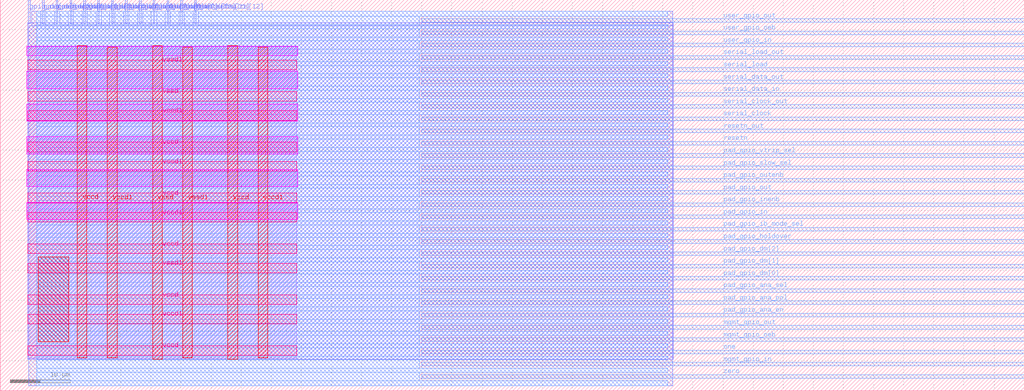
<source format=lef>
VERSION 5.7 ;
  NOWIREEXTENSIONATPIN ON ;
  DIVIDERCHAR "/" ;
  BUSBITCHARS "[]" ;
MACRO gpio_control_block
  CLASS BLOCK ;
  FOREIGN gpio_control_block ;
  ORIGIN 0.000 0.000 ;
  SIZE 170.000 BY 65.000 ;
  PIN gpio_defaults[0]
    DIRECTION INPUT ;
    USE SIGNAL ;
    PORT
      LAYER met2 ;
        RECT 4.690 61.000 4.970 65.000 ;
    END
  END gpio_defaults[0]
  PIN gpio_defaults[10]
    DIRECTION INPUT ;
    USE SIGNAL ;
    PORT
      LAYER met2 ;
        RECT 27.690 61.000 27.970 65.000 ;
    END
  END gpio_defaults[10]
  PIN gpio_defaults[11]
    DIRECTION INPUT ;
    USE SIGNAL ;
    PORT
      LAYER met2 ;
        RECT 29.990 61.000 30.270 65.000 ;
    END
  END gpio_defaults[11]
  PIN gpio_defaults[12]
    DIRECTION INPUT ;
    USE SIGNAL ;
    PORT
      LAYER met2 ;
        RECT 32.290 61.000 32.570 65.000 ;
    END
  END gpio_defaults[12]
  PIN gpio_defaults[1]
    DIRECTION INPUT ;
    USE SIGNAL ;
    PORT
      LAYER met2 ;
        RECT 6.990 61.000 7.270 65.000 ;
    END
  END gpio_defaults[1]
  PIN gpio_defaults[2]
    DIRECTION INPUT ;
    USE SIGNAL ;
    PORT
      LAYER met2 ;
        RECT 9.290 61.000 9.570 65.000 ;
    END
  END gpio_defaults[2]
  PIN gpio_defaults[3]
    DIRECTION INPUT ;
    USE SIGNAL ;
    PORT
      LAYER met2 ;
        RECT 11.590 61.000 11.870 65.000 ;
    END
  END gpio_defaults[3]
  PIN gpio_defaults[4]
    DIRECTION INPUT ;
    USE SIGNAL ;
    PORT
      LAYER met2 ;
        RECT 13.890 61.000 14.170 65.000 ;
    END
  END gpio_defaults[4]
  PIN gpio_defaults[5]
    DIRECTION INPUT ;
    USE SIGNAL ;
    PORT
      LAYER met2 ;
        RECT 16.190 61.000 16.470 65.000 ;
    END
  END gpio_defaults[5]
  PIN gpio_defaults[6]
    DIRECTION INPUT ;
    USE SIGNAL ;
    PORT
      LAYER met2 ;
        RECT 18.490 61.000 18.770 65.000 ;
    END
  END gpio_defaults[6]
  PIN gpio_defaults[7]
    DIRECTION INPUT ;
    USE SIGNAL ;
    PORT
      LAYER met2 ;
        RECT 20.790 61.000 21.070 65.000 ;
    END
  END gpio_defaults[7]
  PIN gpio_defaults[8]
    DIRECTION INPUT ;
    USE SIGNAL ;
    PORT
      LAYER met2 ;
        RECT 23.090 61.000 23.370 65.000 ;
    END
  END gpio_defaults[8]
  PIN gpio_defaults[9]
    DIRECTION INPUT ;
    USE SIGNAL ;
    PORT
      LAYER met2 ;
        RECT 25.390 61.000 25.670 65.000 ;
    END
  END gpio_defaults[9]
  PIN mgmt_gpio_in
    DIRECTION OUTPUT TRISTATE ;
    USE SIGNAL ;
    PORT
      LAYER met3 ;
        RECT 70.000 4.120 170.000 4.720 ;
    END
  END mgmt_gpio_in
  PIN mgmt_gpio_oeb
    DIRECTION INPUT ;
    USE SIGNAL ;
    PORT
      LAYER met3 ;
        RECT 70.000 8.200 170.000 8.800 ;
    END
  END mgmt_gpio_oeb
  PIN mgmt_gpio_out
    DIRECTION INPUT ;
    USE SIGNAL ;
    PORT
      LAYER met3 ;
        RECT 70.000 10.240 170.000 10.840 ;
    END
  END mgmt_gpio_out
  PIN one
    DIRECTION OUTPUT TRISTATE ;
    USE SIGNAL ;
    PORT
      LAYER met3 ;
        RECT 70.000 6.160 170.000 6.760 ;
    END
  END one
  PIN pad_gpio_ana_en
    DIRECTION OUTPUT TRISTATE ;
    USE SIGNAL ;
    PORT
      LAYER met3 ;
        RECT 70.000 12.280 170.000 12.880 ;
    END
  END pad_gpio_ana_en
  PIN pad_gpio_ana_pol
    DIRECTION OUTPUT TRISTATE ;
    USE SIGNAL ;
    PORT
      LAYER met3 ;
        RECT 70.000 14.320 170.000 14.920 ;
    END
  END pad_gpio_ana_pol
  PIN pad_gpio_ana_sel
    DIRECTION OUTPUT TRISTATE ;
    USE SIGNAL ;
    PORT
      LAYER met3 ;
        RECT 70.000 16.360 170.000 16.960 ;
    END
  END pad_gpio_ana_sel
  PIN pad_gpio_dm[0]
    DIRECTION OUTPUT TRISTATE ;
    USE SIGNAL ;
    PORT
      LAYER met3 ;
        RECT 70.000 18.400 170.000 19.000 ;
    END
  END pad_gpio_dm[0]
  PIN pad_gpio_dm[1]
    DIRECTION OUTPUT TRISTATE ;
    USE SIGNAL ;
    PORT
      LAYER met3 ;
        RECT 70.000 20.440 170.000 21.040 ;
    END
  END pad_gpio_dm[1]
  PIN pad_gpio_dm[2]
    DIRECTION OUTPUT TRISTATE ;
    USE SIGNAL ;
    PORT
      LAYER met3 ;
        RECT 70.000 22.480 170.000 23.080 ;
    END
  END pad_gpio_dm[2]
  PIN pad_gpio_holdover
    DIRECTION OUTPUT TRISTATE ;
    USE SIGNAL ;
    PORT
      LAYER met3 ;
        RECT 70.000 24.520 170.000 25.120 ;
    END
  END pad_gpio_holdover
  PIN pad_gpio_ib_mode_sel
    DIRECTION OUTPUT TRISTATE ;
    USE SIGNAL ;
    PORT
      LAYER met3 ;
        RECT 70.000 26.560 170.000 27.160 ;
    END
  END pad_gpio_ib_mode_sel
  PIN pad_gpio_in
    DIRECTION INPUT ;
    USE SIGNAL ;
    PORT
      LAYER met3 ;
        RECT 70.000 28.600 170.000 29.200 ;
    END
  END pad_gpio_in
  PIN pad_gpio_inenb
    DIRECTION OUTPUT TRISTATE ;
    USE SIGNAL ;
    PORT
      LAYER met3 ;
        RECT 70.000 30.640 170.000 31.240 ;
    END
  END pad_gpio_inenb
  PIN pad_gpio_out
    DIRECTION OUTPUT TRISTATE ;
    USE SIGNAL ;
    PORT
      LAYER met3 ;
        RECT 70.000 32.680 170.000 33.280 ;
    END
  END pad_gpio_out
  PIN pad_gpio_outenb
    DIRECTION OUTPUT TRISTATE ;
    USE SIGNAL ;
    PORT
      LAYER met3 ;
        RECT 70.000 34.720 170.000 35.320 ;
    END
  END pad_gpio_outenb
  PIN pad_gpio_slow_sel
    DIRECTION OUTPUT TRISTATE ;
    USE SIGNAL ;
    PORT
      LAYER met3 ;
        RECT 70.000 36.760 170.000 37.360 ;
    END
  END pad_gpio_slow_sel
  PIN pad_gpio_vtrip_sel
    DIRECTION OUTPUT TRISTATE ;
    USE SIGNAL ;
    PORT
      LAYER met3 ;
        RECT 70.000 38.800 170.000 39.400 ;
    END
  END pad_gpio_vtrip_sel
  PIN resetn
    DIRECTION INPUT ;
    USE SIGNAL ;
    PORT
      LAYER met3 ;
        RECT 70.000 40.840 170.000 41.440 ;
    END
  END resetn
  PIN resetn_out
    DIRECTION OUTPUT TRISTATE ;
    USE SIGNAL ;
    PORT
      LAYER met3 ;
        RECT 70.000 42.880 170.000 43.480 ;
    END
  END resetn_out
  PIN serial_clock
    DIRECTION INPUT ;
    USE SIGNAL ;
    PORT
      LAYER met3 ;
        RECT 70.000 44.920 170.000 45.520 ;
    END
  END serial_clock
  PIN serial_clock_out
    DIRECTION OUTPUT TRISTATE ;
    USE SIGNAL ;
    PORT
      LAYER met3 ;
        RECT 70.000 46.960 170.000 47.560 ;
    END
  END serial_clock_out
  PIN serial_data_in
    DIRECTION INPUT ;
    USE SIGNAL ;
    PORT
      LAYER met3 ;
        RECT 70.000 49.000 170.000 49.600 ;
    END
  END serial_data_in
  PIN serial_data_out
    DIRECTION OUTPUT TRISTATE ;
    USE SIGNAL ;
    PORT
      LAYER met3 ;
        RECT 70.000 51.040 170.000 51.640 ;
    END
  END serial_data_out
  PIN serial_load
    DIRECTION INPUT ;
    USE SIGNAL ;
    PORT
      LAYER met3 ;
        RECT 70.000 53.080 170.000 53.680 ;
    END
  END serial_load
  PIN serial_load_out
    DIRECTION OUTPUT TRISTATE ;
    USE SIGNAL ;
    PORT
      LAYER met3 ;
        RECT 70.000 55.120 170.000 55.720 ;
    END
  END serial_load_out
  PIN user_gpio_in
    DIRECTION OUTPUT TRISTATE ;
    USE SIGNAL ;
    PORT
      LAYER met3 ;
        RECT 70.000 57.160 170.000 57.760 ;
    END
  END user_gpio_in
  PIN user_gpio_oeb
    DIRECTION INPUT ;
    USE SIGNAL ;
    PORT
      LAYER met3 ;
        RECT 70.000 59.200 170.000 59.800 ;
    END
  END user_gpio_oeb
  PIN user_gpio_out
    DIRECTION INPUT ;
    USE SIGNAL ;
    PORT
      LAYER met3 ;
        RECT 70.000 61.240 170.000 61.840 ;
    END
  END user_gpio_out
  PIN vccd
    DIRECTION INPUT ;
    USE POWER ;
    PORT
      LAYER met5 ;
        RECT 4.600 5.900 49.220 7.500 ;
    END
    PORT
      LAYER met5 ;
        RECT 4.600 22.800 49.220 24.400 ;
    END
    PORT
      LAYER met5 ;
        RECT 4.600 39.700 49.220 41.300 ;
    END
    PORT
      LAYER met4 ;
        RECT 12.800 5.440 14.400 57.360 ;
    END
    PORT
      LAYER met4 ;
        RECT 37.800 5.200 39.400 57.360 ;
    END
  END vccd
  PIN vccd1
    DIRECTION INPUT ;
    USE POWER ;
    PORT
      LAYER met5 ;
        RECT 4.600 11.140 49.220 12.740 ;
    END
    PORT
      LAYER met5 ;
        RECT 4.600 28.040 49.220 29.640 ;
    END
    PORT
      LAYER met5 ;
        RECT 4.600 44.940 49.220 46.540 ;
    END
    PORT
      LAYER met4 ;
        RECT 17.800 5.440 19.400 57.120 ;
    END
    PORT
      LAYER met4 ;
        RECT 42.800 5.440 44.400 57.120 ;
    END
  END vccd1
  PIN vssd
    DIRECTION INPUT ;
    USE GROUND ;
    PORT
      LAYER met5 ;
        RECT 4.600 14.350 49.220 15.950 ;
    END
    PORT
      LAYER met5 ;
        RECT 4.600 31.250 49.220 32.850 ;
    END
    PORT
      LAYER met5 ;
        RECT 4.600 48.150 49.220 49.750 ;
    END
    PORT
      LAYER met4 ;
        RECT 25.300 5.200 26.900 57.360 ;
    END
  END vssd
  PIN vssd1
    DIRECTION INPUT ;
    USE GROUND ;
    PORT
      LAYER met5 ;
        RECT 4.600 19.590 49.220 21.190 ;
    END
    PORT
      LAYER met5 ;
        RECT 4.600 36.490 49.220 38.090 ;
    END
    PORT
      LAYER met5 ;
        RECT 4.600 53.390 49.220 54.990 ;
    END
    PORT
      LAYER met4 ;
        RECT 30.300 5.440 31.900 57.120 ;
    END
  END vssd1
  PIN zero
    DIRECTION OUTPUT TRISTATE ;
    USE SIGNAL ;
    PORT
      LAYER met3 ;
        RECT 70.000 2.080 170.000 2.680 ;
    END
  END zero
  OBS
      LAYER nwell ;
        RECT 4.410 55.705 49.410 57.310 ;
        RECT 4.410 50.265 49.410 53.095 ;
        RECT 4.410 44.825 49.410 47.655 ;
        RECT 4.410 39.385 49.410 42.215 ;
        RECT 4.410 33.945 49.410 36.775 ;
        RECT 4.410 28.505 49.410 31.335 ;
      LAYER li1 ;
        RECT 4.600 5.355 49.220 57.205 ;
      LAYER met1 ;
        RECT 4.600 5.200 111.710 61.160 ;
      LAYER met2 ;
        RECT 5.250 60.720 6.710 63.085 ;
        RECT 7.550 60.720 9.010 63.085 ;
        RECT 9.850 60.720 11.310 63.085 ;
        RECT 12.150 60.720 13.610 63.085 ;
        RECT 14.450 60.720 15.910 63.085 ;
        RECT 16.750 60.720 18.210 63.085 ;
        RECT 19.050 60.720 20.510 63.085 ;
        RECT 21.350 60.720 22.810 63.085 ;
        RECT 23.650 60.720 25.110 63.085 ;
        RECT 25.950 60.720 27.410 63.085 ;
        RECT 28.250 60.720 29.710 63.085 ;
        RECT 30.550 60.720 32.010 63.085 ;
        RECT 32.850 60.720 111.690 63.085 ;
        RECT 4.700 0.835 111.690 60.720 ;
      LAYER met3 ;
        RECT 6.045 62.240 110.795 63.065 ;
        RECT 6.045 60.840 69.600 62.240 ;
        RECT 6.045 60.200 110.795 60.840 ;
        RECT 6.045 58.800 69.600 60.200 ;
        RECT 6.045 58.160 110.795 58.800 ;
        RECT 6.045 56.760 69.600 58.160 ;
        RECT 6.045 56.120 110.795 56.760 ;
        RECT 6.045 54.720 69.600 56.120 ;
        RECT 6.045 54.080 110.795 54.720 ;
        RECT 6.045 52.680 69.600 54.080 ;
        RECT 6.045 52.040 110.795 52.680 ;
        RECT 6.045 50.640 69.600 52.040 ;
        RECT 6.045 50.000 110.795 50.640 ;
        RECT 6.045 48.600 69.600 50.000 ;
        RECT 6.045 47.960 110.795 48.600 ;
        RECT 6.045 46.560 69.600 47.960 ;
        RECT 6.045 45.920 110.795 46.560 ;
        RECT 6.045 44.520 69.600 45.920 ;
        RECT 6.045 43.880 110.795 44.520 ;
        RECT 6.045 42.480 69.600 43.880 ;
        RECT 6.045 41.840 110.795 42.480 ;
        RECT 6.045 40.440 69.600 41.840 ;
        RECT 6.045 39.800 110.795 40.440 ;
        RECT 6.045 38.400 69.600 39.800 ;
        RECT 6.045 37.760 110.795 38.400 ;
        RECT 6.045 36.360 69.600 37.760 ;
        RECT 6.045 35.720 110.795 36.360 ;
        RECT 6.045 34.320 69.600 35.720 ;
        RECT 6.045 33.680 110.795 34.320 ;
        RECT 6.045 32.280 69.600 33.680 ;
        RECT 6.045 31.640 110.795 32.280 ;
        RECT 6.045 30.240 69.600 31.640 ;
        RECT 6.045 29.600 110.795 30.240 ;
        RECT 6.045 28.200 69.600 29.600 ;
        RECT 6.045 27.560 110.795 28.200 ;
        RECT 6.045 26.160 69.600 27.560 ;
        RECT 6.045 25.520 110.795 26.160 ;
        RECT 6.045 24.120 69.600 25.520 ;
        RECT 6.045 23.480 110.795 24.120 ;
        RECT 6.045 22.080 69.600 23.480 ;
        RECT 6.045 21.440 110.795 22.080 ;
        RECT 6.045 20.040 69.600 21.440 ;
        RECT 6.045 19.400 110.795 20.040 ;
        RECT 6.045 18.000 69.600 19.400 ;
        RECT 6.045 17.360 110.795 18.000 ;
        RECT 6.045 15.960 69.600 17.360 ;
        RECT 6.045 15.320 110.795 15.960 ;
        RECT 6.045 13.920 69.600 15.320 ;
        RECT 6.045 13.280 110.795 13.920 ;
        RECT 6.045 11.880 69.600 13.280 ;
        RECT 6.045 11.240 110.795 11.880 ;
        RECT 6.045 9.840 69.600 11.240 ;
        RECT 6.045 9.200 110.795 9.840 ;
        RECT 6.045 7.800 69.600 9.200 ;
        RECT 6.045 7.160 110.795 7.800 ;
        RECT 6.045 5.760 69.600 7.160 ;
        RECT 6.045 5.120 110.795 5.760 ;
        RECT 6.045 3.720 69.600 5.120 ;
        RECT 6.045 3.080 110.795 3.720 ;
        RECT 6.045 1.680 69.600 3.080 ;
        RECT 6.045 0.855 110.795 1.680 ;
      LAYER met4 ;
        RECT 6.280 8.160 11.380 22.240 ;
  END
END gpio_control_block
END LIBRARY


</source>
